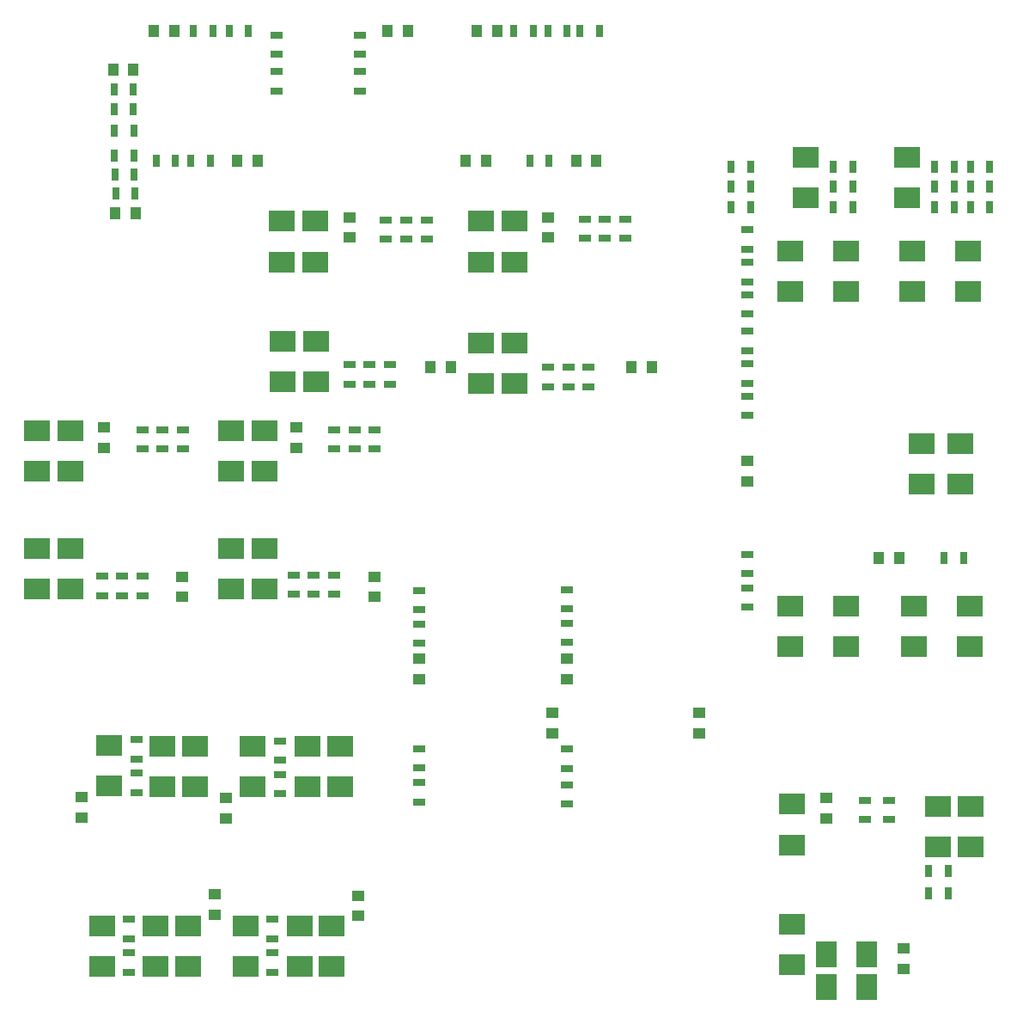
<source format=gbr>
G04 #@! TF.GenerationSoftware,KiCad,Pcbnew,5.1.5+dfsg1-2build2*
G04 #@! TF.CreationDate,2022-04-28T18:47:42+09:30*
G04 #@! TF.ProjectId,xover,786f7665-722e-46b6-9963-61645f706362,rev?*
G04 #@! TF.SameCoordinates,Original*
G04 #@! TF.FileFunction,Paste,Top*
G04 #@! TF.FilePolarity,Positive*
%FSLAX46Y46*%
G04 Gerber Fmt 4.6, Leading zero omitted, Abs format (unit mm)*
G04 Created by KiCad (PCBNEW 5.1.5+dfsg1-2build2) date 2022-04-28 18:47:42*
%MOMM*%
%LPD*%
G04 APERTURE LIST*
%ADD10R,0.700000X1.300000*%
%ADD11R,1.300000X0.700000*%
%ADD12R,1.250000X1.000000*%
%ADD13R,1.000000X1.250000*%
%ADD14R,2.500000X2.000000*%
%ADD15R,2.000000X2.500000*%
G04 APERTURE END LIST*
D10*
X36650000Y-40700000D03*
X38550000Y-40700000D03*
X36650000Y-38300000D03*
X38550000Y-38300000D03*
D11*
X81200000Y-102700000D03*
X81200000Y-104600000D03*
X81200000Y-101100000D03*
X81200000Y-99200000D03*
X81200000Y-83500000D03*
X81200000Y-85400000D03*
X81200000Y-88700000D03*
X81200000Y-86800000D03*
X99000000Y-83300000D03*
X99000000Y-85200000D03*
X99000000Y-59950000D03*
X99000000Y-58050000D03*
X99000000Y-49950000D03*
X99000000Y-48050000D03*
X99000000Y-61250000D03*
X99000000Y-63150000D03*
X99000000Y-51250000D03*
X99000000Y-53150000D03*
X99000000Y-66350000D03*
X99000000Y-64450000D03*
X99000000Y-56350000D03*
X99000000Y-54450000D03*
X99000000Y-80000000D03*
X99000000Y-81900000D03*
D10*
X109400000Y-45800000D03*
X107500000Y-45800000D03*
X99350000Y-45800000D03*
X97450000Y-45800000D03*
X109400000Y-43800000D03*
X107500000Y-43800000D03*
X99350000Y-43800000D03*
X97450000Y-43800000D03*
X109400000Y-41800000D03*
X107500000Y-41800000D03*
X99350000Y-41800000D03*
X97450000Y-41800000D03*
X118450000Y-80400000D03*
X120350000Y-80400000D03*
X122900000Y-45800000D03*
X121000000Y-45800000D03*
X119400000Y-41800000D03*
X117500000Y-41800000D03*
X122900000Y-43800000D03*
X121000000Y-43800000D03*
X119400000Y-43800000D03*
X117500000Y-43800000D03*
X122900000Y-41800000D03*
X121000000Y-41800000D03*
X119400000Y-45800000D03*
X117500000Y-45800000D03*
D11*
X66700000Y-102500000D03*
X66700000Y-104400000D03*
X66700000Y-101050000D03*
X66700000Y-99150000D03*
X66700000Y-83550000D03*
X66700000Y-85450000D03*
X66700000Y-88750000D03*
X66700000Y-86850000D03*
X61800000Y-63250000D03*
X61800000Y-61350000D03*
X67400000Y-47050000D03*
X67400000Y-48950000D03*
X65400000Y-48950000D03*
X65400000Y-47050000D03*
X59800000Y-61350000D03*
X59800000Y-63250000D03*
X63800000Y-61350000D03*
X63800000Y-63250000D03*
X63400000Y-48950000D03*
X63400000Y-47050000D03*
X56300000Y-83950000D03*
X56300000Y-82050000D03*
X62300000Y-67750000D03*
X62300000Y-69650000D03*
X60300000Y-69650000D03*
X60300000Y-67750000D03*
X54300000Y-82050000D03*
X54300000Y-83950000D03*
X58300000Y-82050000D03*
X58300000Y-83950000D03*
X58300000Y-69650000D03*
X58300000Y-67750000D03*
D10*
X116900000Y-113400000D03*
X118800000Y-113400000D03*
X118800000Y-111200000D03*
X116900000Y-111200000D03*
D11*
X110600000Y-104200000D03*
X110600000Y-106100000D03*
X113000000Y-106100000D03*
X113000000Y-104200000D03*
D10*
X40750000Y-41250000D03*
X42650000Y-41250000D03*
X38650000Y-44500000D03*
X36750000Y-44500000D03*
X46100000Y-41250000D03*
X44200000Y-41250000D03*
X38600000Y-42600000D03*
X36700000Y-42600000D03*
D11*
X52600000Y-30750000D03*
X52600000Y-28850000D03*
X52600000Y-32450000D03*
X52600000Y-34350000D03*
X60800000Y-32450000D03*
X60800000Y-34350000D03*
D10*
X44450000Y-28450000D03*
X46350000Y-28450000D03*
X38500000Y-36200000D03*
X36600000Y-36200000D03*
D11*
X60800000Y-30750000D03*
X60800000Y-28850000D03*
D10*
X49850000Y-28450000D03*
X47950000Y-28450000D03*
X38500000Y-34200000D03*
X36600000Y-34200000D03*
D11*
X81400000Y-63500000D03*
X81400000Y-61600000D03*
X87000000Y-47000000D03*
X87000000Y-48900000D03*
X85000000Y-48900000D03*
X85000000Y-47000000D03*
X79400000Y-61600000D03*
X79400000Y-63500000D03*
X83400000Y-61600000D03*
X83400000Y-63500000D03*
X83000000Y-48900000D03*
X83000000Y-47000000D03*
X38100000Y-115950000D03*
X38100000Y-117850000D03*
X38100000Y-119250000D03*
X38100000Y-121150000D03*
X38800000Y-103450000D03*
X38800000Y-101550000D03*
X38800000Y-100150000D03*
X38800000Y-98250000D03*
X37400000Y-84050000D03*
X37400000Y-82150000D03*
X43400000Y-67750000D03*
X43400000Y-69650000D03*
X41400000Y-69650000D03*
X41400000Y-67750000D03*
X35400000Y-82150000D03*
X35400000Y-84050000D03*
X39400000Y-82150000D03*
X39400000Y-84050000D03*
X39400000Y-69650000D03*
X39400000Y-67750000D03*
X52225000Y-115950000D03*
X52225000Y-117850000D03*
X52225000Y-119250000D03*
X52225000Y-121150000D03*
X52950000Y-103575000D03*
X52950000Y-101675000D03*
X52950000Y-100275000D03*
X52950000Y-98375000D03*
D10*
X81250000Y-28450000D03*
X79350000Y-28450000D03*
X79500000Y-41250000D03*
X77600000Y-41250000D03*
X77900000Y-28450000D03*
X76000000Y-28450000D03*
X84450000Y-28450000D03*
X82550000Y-28450000D03*
D12*
X81200000Y-90300000D03*
X81200000Y-92300000D03*
X94300000Y-95600000D03*
X94300000Y-97600000D03*
X99000000Y-70800000D03*
X99000000Y-72800000D03*
D13*
X112000000Y-80400000D03*
X114000000Y-80400000D03*
D14*
X108750000Y-54100000D03*
X108750000Y-50100000D03*
X103250000Y-54100000D03*
X103250000Y-50100000D03*
X108750000Y-89100000D03*
X108750000Y-85100000D03*
X103250000Y-89100000D03*
X103250000Y-85100000D03*
X120950000Y-89100000D03*
X120950000Y-85100000D03*
X115450000Y-89100000D03*
X115450000Y-85100000D03*
X114800000Y-44900000D03*
X114800000Y-40900000D03*
X104800000Y-44900000D03*
X104800000Y-40900000D03*
X116200000Y-73100000D03*
X116200000Y-69100000D03*
X120000000Y-69100000D03*
X120000000Y-73100000D03*
X120750000Y-54100000D03*
X120750000Y-50100000D03*
X115250000Y-54100000D03*
X115250000Y-50100000D03*
D12*
X66700000Y-90300000D03*
X66700000Y-92300000D03*
X79800000Y-95600000D03*
X79800000Y-97600000D03*
X59800000Y-46800000D03*
X59800000Y-48800000D03*
D13*
X69800000Y-61600000D03*
X67800000Y-61600000D03*
D14*
X56400000Y-51200000D03*
X56400000Y-47200000D03*
X53100000Y-47200000D03*
X53100000Y-51200000D03*
X56500000Y-59000000D03*
X56500000Y-63000000D03*
X53200000Y-63000000D03*
X53200000Y-59000000D03*
D12*
X54600000Y-67500000D03*
X54600000Y-69500000D03*
X62300000Y-82200000D03*
X62300000Y-84200000D03*
D14*
X51400000Y-71800000D03*
X51400000Y-67800000D03*
X48100000Y-67800000D03*
X48100000Y-71800000D03*
X51400000Y-79400000D03*
X51400000Y-83400000D03*
X48100000Y-83400000D03*
X48100000Y-79400000D03*
D12*
X106800000Y-104000000D03*
X106800000Y-106000000D03*
X114400000Y-118800000D03*
X114400000Y-120800000D03*
D14*
X103400000Y-120400000D03*
X103400000Y-116400000D03*
X103400000Y-104600000D03*
X103400000Y-108600000D03*
D15*
X110800000Y-122600000D03*
X106800000Y-122600000D03*
D14*
X121000000Y-108800000D03*
X121000000Y-104800000D03*
D15*
X110800000Y-119400000D03*
X106800000Y-119400000D03*
D14*
X117800000Y-108800000D03*
X117800000Y-104800000D03*
D13*
X63550000Y-28450000D03*
X65550000Y-28450000D03*
X42550000Y-28450000D03*
X40550000Y-28450000D03*
X73250000Y-41250000D03*
X71250000Y-41250000D03*
X50750000Y-41250000D03*
X48750000Y-41250000D03*
X38700000Y-46400000D03*
X36700000Y-46400000D03*
X38500000Y-32300000D03*
X36500000Y-32300000D03*
D12*
X79400000Y-46800000D03*
X79400000Y-48800000D03*
D13*
X89600000Y-61600000D03*
X87600000Y-61600000D03*
D14*
X76100000Y-51200000D03*
X76100000Y-47200000D03*
X72800000Y-47200000D03*
X72800000Y-51200000D03*
X76100000Y-59200000D03*
X76100000Y-63200000D03*
X72800000Y-63200000D03*
X72800000Y-59200000D03*
D12*
X33375000Y-103900000D03*
X33375000Y-105900000D03*
X46525000Y-113475000D03*
X46525000Y-115475000D03*
D14*
X35400000Y-120600000D03*
X35400000Y-116600000D03*
X36150000Y-98825000D03*
X36150000Y-102825000D03*
X43900000Y-116600000D03*
X43900000Y-120600000D03*
X41400000Y-102900000D03*
X41400000Y-98900000D03*
X40700000Y-116600000D03*
X40700000Y-120600000D03*
X44600000Y-102900000D03*
X44600000Y-98900000D03*
D12*
X35600000Y-67500000D03*
X35600000Y-69500000D03*
X43300000Y-82200000D03*
X43300000Y-84200000D03*
D14*
X32300000Y-71800000D03*
X32300000Y-67800000D03*
X29000000Y-67800000D03*
X29000000Y-71800000D03*
X32300000Y-79400000D03*
X32300000Y-83400000D03*
X29000000Y-83400000D03*
X29000000Y-79400000D03*
D12*
X47600000Y-104025000D03*
X47600000Y-106025000D03*
X60700000Y-113625000D03*
X60700000Y-115625000D03*
D14*
X49550000Y-120600000D03*
X49550000Y-116600000D03*
X50250000Y-98925000D03*
X50250000Y-102925000D03*
X58075000Y-116600000D03*
X58075000Y-120600000D03*
X58850000Y-102925000D03*
X58850000Y-98925000D03*
X54875000Y-116600000D03*
X54875000Y-120600000D03*
X55650000Y-102925000D03*
X55650000Y-98925000D03*
D13*
X72350000Y-28450000D03*
X74350000Y-28450000D03*
X84150000Y-41250000D03*
X82150000Y-41250000D03*
M02*

</source>
